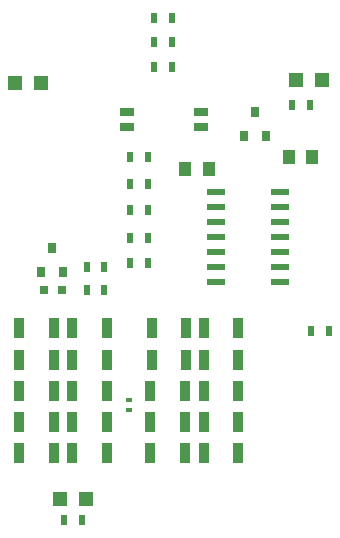
<source format=gbr>
G04 #@! TF.GenerationSoftware,KiCad,Pcbnew,(5.1.5)-3*
G04 #@! TF.CreationDate,2020-12-24T11:10:49+00:00*
G04 #@! TF.ProjectId,ModuleV421,4d6f6475-6c65-4563-9432-312e6b696361,rev?*
G04 #@! TF.SameCoordinates,Original*
G04 #@! TF.FileFunction,Paste,Top*
G04 #@! TF.FilePolarity,Positive*
%FSLAX46Y46*%
G04 Gerber Fmt 4.6, Leading zero omitted, Abs format (unit mm)*
G04 Created by KiCad (PCBNEW (5.1.5)-3) date 2020-12-24 11:10:49*
%MOMM*%
%LPD*%
G04 APERTURE LIST*
%ADD10R,1.000000X1.250000*%
%ADD11R,0.600000X0.400000*%
%ADD12R,0.800000X0.900000*%
%ADD13R,0.900000X1.700000*%
%ADD14R,1.200000X1.200000*%
%ADD15R,1.300000X0.800000*%
%ADD16R,0.500000X0.900000*%
%ADD17R,0.800000X0.750000*%
%ADD18R,1.500000X0.600000*%
G04 APERTURE END LIST*
D10*
X127572360Y-61609720D03*
X129572360Y-61609720D03*
D11*
X114017600Y-83037600D03*
X114017600Y-82137600D03*
D12*
X123767600Y-59787600D03*
X125667600Y-59787600D03*
X124717600Y-57787600D03*
D13*
X107667600Y-76087600D03*
X104767600Y-76087600D03*
X112167600Y-76087600D03*
X109267600Y-76087600D03*
X118867600Y-76087600D03*
X115967600Y-76087600D03*
X123267600Y-76087600D03*
X120367600Y-76087600D03*
X107667600Y-84037600D03*
X104767600Y-84037600D03*
X107667600Y-86687600D03*
X104767600Y-86687600D03*
X112167600Y-84037600D03*
X109267600Y-84037600D03*
X112167600Y-86687600D03*
X109267600Y-86687600D03*
X118767600Y-84037600D03*
X115867600Y-84037600D03*
X118767600Y-86687600D03*
X115867600Y-86687600D03*
X123267600Y-84037600D03*
X120367600Y-84037600D03*
X123267600Y-86687600D03*
X120367600Y-86687600D03*
X107667600Y-78737600D03*
X104767600Y-78737600D03*
X107667600Y-81387600D03*
X104767600Y-81387600D03*
X112167600Y-78737600D03*
X109267600Y-78737600D03*
X112167600Y-81387600D03*
X109267600Y-81387600D03*
X118867600Y-78737600D03*
X115967600Y-78737600D03*
X118767600Y-81387600D03*
X115867600Y-81387600D03*
X123267600Y-78737600D03*
X120367600Y-78737600D03*
X123267600Y-81387600D03*
X120367600Y-81387600D03*
D14*
X110442600Y-90512600D03*
X108242600Y-90512600D03*
D10*
X118817600Y-62587600D03*
X120817600Y-62587600D03*
D14*
X106617600Y-55287600D03*
X104417600Y-55287600D03*
D15*
X113867600Y-57747600D03*
X113867600Y-59027600D03*
X120167600Y-59027600D03*
X120167600Y-57747600D03*
D14*
X130417600Y-55087600D03*
X128217600Y-55087600D03*
D16*
X110092600Y-92312600D03*
X108592600Y-92312600D03*
X130967600Y-76287600D03*
X129467600Y-76287600D03*
X114167600Y-68487600D03*
X115667600Y-68487600D03*
X129367600Y-57187600D03*
X127867600Y-57187600D03*
X116167600Y-51887600D03*
X117667600Y-51887600D03*
X116167600Y-49787600D03*
X117667600Y-49787600D03*
X110467600Y-70887600D03*
X111967600Y-70887600D03*
X110467600Y-72887600D03*
X111967600Y-72887600D03*
X116167600Y-53987600D03*
X117667600Y-53987600D03*
X114167600Y-63837600D03*
X115667600Y-63837600D03*
X114167600Y-66087600D03*
X115667600Y-66087600D03*
X114167600Y-70587600D03*
X115667600Y-70587600D03*
X114167600Y-61587600D03*
X115667600Y-61587600D03*
D17*
X108367600Y-72887600D03*
X106867600Y-72887600D03*
D18*
X121417600Y-64577600D03*
X121417600Y-65847600D03*
X121417600Y-67117600D03*
X121417600Y-68387600D03*
X121417600Y-69657600D03*
X121417600Y-70927600D03*
X121417600Y-72197600D03*
X126817600Y-72197600D03*
X126817600Y-70927600D03*
X126817600Y-69657600D03*
X126817600Y-68387600D03*
X126817600Y-67117600D03*
X126817600Y-65847600D03*
X126817600Y-64577600D03*
D12*
X106567600Y-71287600D03*
X108467600Y-71287600D03*
X107517600Y-69287600D03*
M02*

</source>
